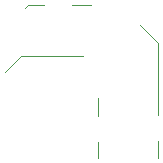
<source format=gbr>
G04 #@! TF.GenerationSoftware,KiCad,Pcbnew,(5.1.2)-2*
G04 #@! TF.CreationDate,2019-07-29T19:51:08+02:00*
G04 #@! TF.ProjectId,main_controller,6d61696e-5f63-46f6-9e74-726f6c6c6572,1*
G04 #@! TF.SameCoordinates,Original*
G04 #@! TF.FileFunction,Legend,Bot*
G04 #@! TF.FilePolarity,Positive*
%FSLAX46Y46*%
G04 Gerber Fmt 4.6, Leading zero omitted, Abs format (unit mm)*
G04 Created by KiCad (PCBNEW (5.1.2)-2) date 2019-07-29 19:51:08*
%MOMM*%
%LPD*%
G04 APERTURE LIST*
%ADD10C,0.120000*%
G04 APERTURE END LIST*
D10*
X88500000Y-35000000D02*
X87200000Y-35000000D01*
X86900000Y-35300000D02*
X87200000Y-35000000D01*
X90900000Y-35000000D02*
X92500000Y-35000000D01*
X93100000Y-46600000D02*
X93100000Y-48000000D01*
X93100000Y-42900000D02*
X93100000Y-44400000D01*
X96700000Y-36700000D02*
X98200000Y-38200000D01*
X98200000Y-38200000D02*
X98200000Y-44300000D01*
X98200000Y-46500000D02*
X98200000Y-48000000D01*
X86600000Y-39300000D02*
X85200000Y-40700000D01*
X86600000Y-39300000D02*
X91800000Y-39300000D01*
M02*

</source>
